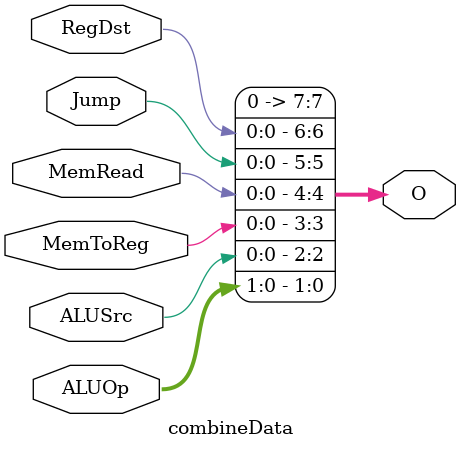
<source format=sv>
module combineData(
	input wire RegDst,Jump,MemRead,MemToReg,ALUSrc,
	input wire [1:0] ALUOp,
	output wire [7:0] O
	);
	
	assign O[7] = 1'b0;
	assign O[6] = RegDst;
	assign O[5] = Jump;
	assign O[4] = MemRead;
	assign O[3] = MemToReg;
	assign O[2] = ALUSrc;
	assign O[1:0] = ALUOp;

endmodule
</source>
